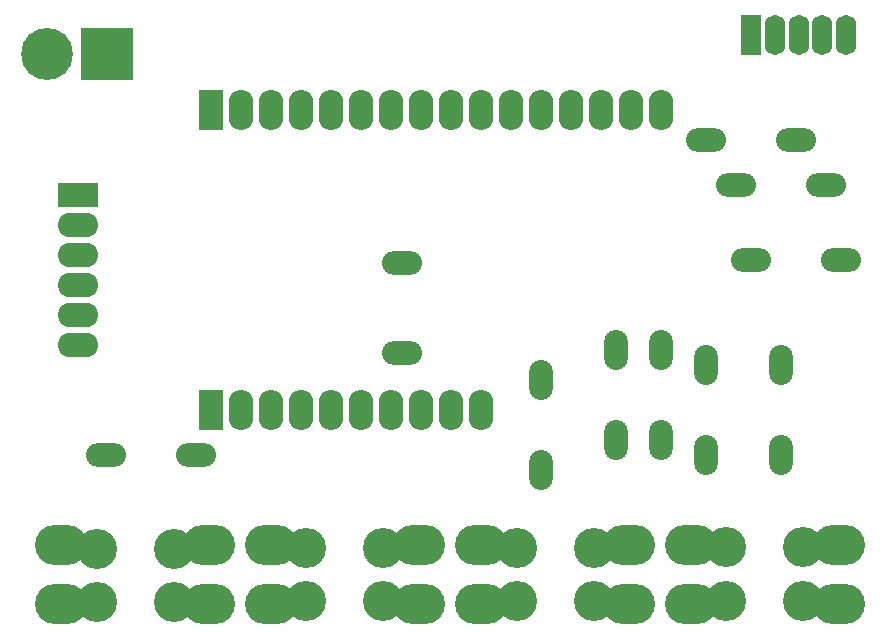
<source format=gbr>
G04 #@! TF.FileFunction,Soldermask,Bot*
%FSLAX46Y46*%
G04 Gerber Fmt 4.6, Leading zero omitted, Abs format (unit mm)*
G04 Created by KiCad (PCBNEW 4.0.7) date 02/16/18 07:03:29*
%MOMM*%
%LPD*%
G01*
G04 APERTURE LIST*
%ADD10C,0.100000*%
%ADD11C,3.400000*%
%ADD12O,3.400000X2.000000*%
%ADD13O,4.400000X3.400000*%
%ADD14O,2.000000X3.400000*%
%ADD15R,1.750000X3.400000*%
%ADD16O,1.750000X3.400000*%
%ADD17R,2.100000X3.400000*%
%ADD18O,2.100000X3.400000*%
%ADD19R,3.400000X2.100000*%
%ADD20O,3.400000X2.100000*%
%ADD21R,4.400000X4.400000*%
%ADD22C,4.400000*%
G04 APERTURE END LIST*
D10*
D11*
X131220000Y-97450000D03*
X131220000Y-92950000D03*
X137720000Y-97450000D03*
X137720000Y-92950000D03*
X113510000Y-97480000D03*
X113510000Y-92980000D03*
X120010000Y-97480000D03*
X120010000Y-92980000D03*
X95690000Y-97480000D03*
X95690000Y-92980000D03*
X102190000Y-97480000D03*
X102190000Y-92980000D03*
D12*
X140970000Y-68580000D03*
X133350000Y-68580000D03*
D13*
X140770000Y-92710000D03*
X140770000Y-97710000D03*
X128270000Y-92710000D03*
X128270000Y-97710000D03*
X122990000Y-92710000D03*
X122990000Y-97710000D03*
X110490000Y-92710000D03*
X110490000Y-97710000D03*
X105210000Y-92710000D03*
X105210000Y-97710000D03*
X92710000Y-92710000D03*
X92710000Y-97710000D03*
D12*
X139700000Y-62230000D03*
X132080000Y-62230000D03*
X137160000Y-58420000D03*
X129540000Y-58420000D03*
X103770000Y-76450000D03*
X103770000Y-68830000D03*
D14*
X135890000Y-85090000D03*
X135890000Y-77470000D03*
D15*
X133350000Y-49530000D03*
D16*
X135350000Y-49530000D03*
X137350000Y-49530000D03*
X139350000Y-49530000D03*
X141350000Y-49530000D03*
D14*
X125730000Y-83820000D03*
X125730000Y-76200000D03*
X121920000Y-83820000D03*
X121920000Y-76200000D03*
D12*
X86360000Y-85090000D03*
X78740000Y-85090000D03*
D14*
X129540000Y-85090000D03*
X129540000Y-77470000D03*
D17*
X87630000Y-55880000D03*
D18*
X90170000Y-55880000D03*
X92710000Y-55880000D03*
X95250000Y-55880000D03*
X97790000Y-55880000D03*
X100330000Y-55880000D03*
X102870000Y-55880000D03*
X105410000Y-55880000D03*
X107950000Y-55880000D03*
X110490000Y-55880000D03*
X113030000Y-55880000D03*
X115570000Y-55880000D03*
X118110000Y-55880000D03*
X120650000Y-55880000D03*
X123190000Y-55880000D03*
X125730000Y-55880000D03*
D17*
X87630000Y-81280000D03*
D18*
X90170000Y-81280000D03*
X92710000Y-81280000D03*
X95250000Y-81280000D03*
X97790000Y-81280000D03*
X100330000Y-81280000D03*
X102870000Y-81280000D03*
X105410000Y-81280000D03*
X107950000Y-81280000D03*
X110490000Y-81280000D03*
D19*
X76328481Y-63103547D03*
D20*
X76328481Y-65643547D03*
X76328481Y-68183547D03*
X76328481Y-70723547D03*
X76328481Y-73263547D03*
X76328481Y-75803547D03*
D14*
X115570000Y-86360000D03*
X115570000Y-78740000D03*
D13*
X87430000Y-92710000D03*
X87430000Y-97710000D03*
X74930000Y-92710000D03*
X74930000Y-97710000D03*
D21*
X78810000Y-51200000D03*
D22*
X73730000Y-51200000D03*
D11*
X77960000Y-97540000D03*
X77960000Y-93040000D03*
X84460000Y-97540000D03*
X84460000Y-93040000D03*
M02*

</source>
